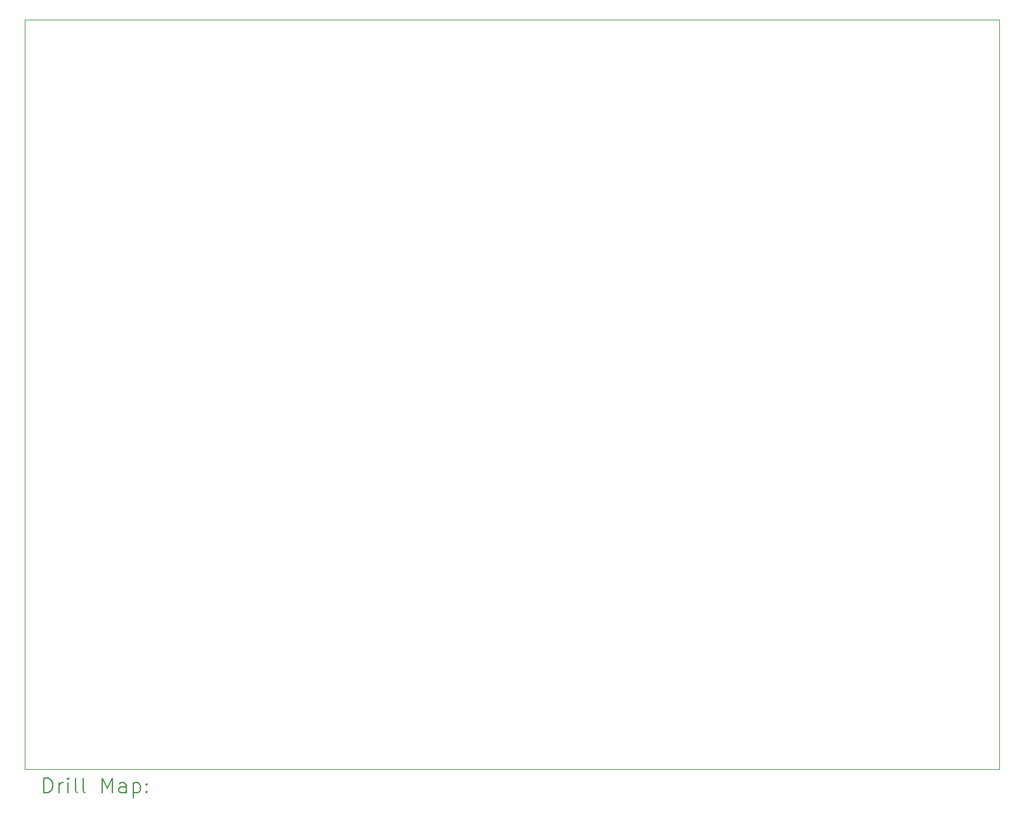
<source format=gbr>
%TF.GenerationSoftware,KiCad,Pcbnew,7.0.9-7.0.9~ubuntu22.04.1*%
%TF.CreationDate,2023-11-27T19:51:44+01:00*%
%TF.ProjectId,battery-management-system,62617474-6572-4792-9d6d-616e6167656d,rev?*%
%TF.SameCoordinates,Original*%
%TF.FileFunction,Drillmap*%
%TF.FilePolarity,Positive*%
%FSLAX45Y45*%
G04 Gerber Fmt 4.5, Leading zero omitted, Abs format (unit mm)*
G04 Created by KiCad (PCBNEW 7.0.9-7.0.9~ubuntu22.04.1) date 2023-11-27 19:51:44*
%MOMM*%
%LPD*%
G01*
G04 APERTURE LIST*
%ADD10C,0.100000*%
%ADD11C,0.200000*%
G04 APERTURE END LIST*
D10*
X2000000Y-2000000D02*
X15000000Y-2000000D01*
X15000000Y-12000000D01*
X2000000Y-12000000D01*
X2000000Y-2000000D01*
D11*
X2255777Y-12316484D02*
X2255777Y-12116484D01*
X2255777Y-12116484D02*
X2303396Y-12116484D01*
X2303396Y-12116484D02*
X2331967Y-12126008D01*
X2331967Y-12126008D02*
X2351015Y-12145055D01*
X2351015Y-12145055D02*
X2360539Y-12164103D01*
X2360539Y-12164103D02*
X2370063Y-12202198D01*
X2370063Y-12202198D02*
X2370063Y-12230769D01*
X2370063Y-12230769D02*
X2360539Y-12268865D01*
X2360539Y-12268865D02*
X2351015Y-12287912D01*
X2351015Y-12287912D02*
X2331967Y-12306960D01*
X2331967Y-12306960D02*
X2303396Y-12316484D01*
X2303396Y-12316484D02*
X2255777Y-12316484D01*
X2455777Y-12316484D02*
X2455777Y-12183150D01*
X2455777Y-12221246D02*
X2465301Y-12202198D01*
X2465301Y-12202198D02*
X2474824Y-12192674D01*
X2474824Y-12192674D02*
X2493872Y-12183150D01*
X2493872Y-12183150D02*
X2512920Y-12183150D01*
X2579586Y-12316484D02*
X2579586Y-12183150D01*
X2579586Y-12116484D02*
X2570063Y-12126008D01*
X2570063Y-12126008D02*
X2579586Y-12135531D01*
X2579586Y-12135531D02*
X2589110Y-12126008D01*
X2589110Y-12126008D02*
X2579586Y-12116484D01*
X2579586Y-12116484D02*
X2579586Y-12135531D01*
X2703396Y-12316484D02*
X2684348Y-12306960D01*
X2684348Y-12306960D02*
X2674824Y-12287912D01*
X2674824Y-12287912D02*
X2674824Y-12116484D01*
X2808158Y-12316484D02*
X2789110Y-12306960D01*
X2789110Y-12306960D02*
X2779586Y-12287912D01*
X2779586Y-12287912D02*
X2779586Y-12116484D01*
X3036729Y-12316484D02*
X3036729Y-12116484D01*
X3036729Y-12116484D02*
X3103396Y-12259341D01*
X3103396Y-12259341D02*
X3170062Y-12116484D01*
X3170062Y-12116484D02*
X3170062Y-12316484D01*
X3351015Y-12316484D02*
X3351015Y-12211722D01*
X3351015Y-12211722D02*
X3341491Y-12192674D01*
X3341491Y-12192674D02*
X3322443Y-12183150D01*
X3322443Y-12183150D02*
X3284348Y-12183150D01*
X3284348Y-12183150D02*
X3265301Y-12192674D01*
X3351015Y-12306960D02*
X3331967Y-12316484D01*
X3331967Y-12316484D02*
X3284348Y-12316484D01*
X3284348Y-12316484D02*
X3265301Y-12306960D01*
X3265301Y-12306960D02*
X3255777Y-12287912D01*
X3255777Y-12287912D02*
X3255777Y-12268865D01*
X3255777Y-12268865D02*
X3265301Y-12249817D01*
X3265301Y-12249817D02*
X3284348Y-12240293D01*
X3284348Y-12240293D02*
X3331967Y-12240293D01*
X3331967Y-12240293D02*
X3351015Y-12230769D01*
X3446253Y-12183150D02*
X3446253Y-12383150D01*
X3446253Y-12192674D02*
X3465301Y-12183150D01*
X3465301Y-12183150D02*
X3503396Y-12183150D01*
X3503396Y-12183150D02*
X3522443Y-12192674D01*
X3522443Y-12192674D02*
X3531967Y-12202198D01*
X3531967Y-12202198D02*
X3541491Y-12221246D01*
X3541491Y-12221246D02*
X3541491Y-12278388D01*
X3541491Y-12278388D02*
X3531967Y-12297436D01*
X3531967Y-12297436D02*
X3522443Y-12306960D01*
X3522443Y-12306960D02*
X3503396Y-12316484D01*
X3503396Y-12316484D02*
X3465301Y-12316484D01*
X3465301Y-12316484D02*
X3446253Y-12306960D01*
X3627205Y-12297436D02*
X3636729Y-12306960D01*
X3636729Y-12306960D02*
X3627205Y-12316484D01*
X3627205Y-12316484D02*
X3617682Y-12306960D01*
X3617682Y-12306960D02*
X3627205Y-12297436D01*
X3627205Y-12297436D02*
X3627205Y-12316484D01*
X3627205Y-12192674D02*
X3636729Y-12202198D01*
X3636729Y-12202198D02*
X3627205Y-12211722D01*
X3627205Y-12211722D02*
X3617682Y-12202198D01*
X3617682Y-12202198D02*
X3627205Y-12192674D01*
X3627205Y-12192674D02*
X3627205Y-12211722D01*
M02*

</source>
